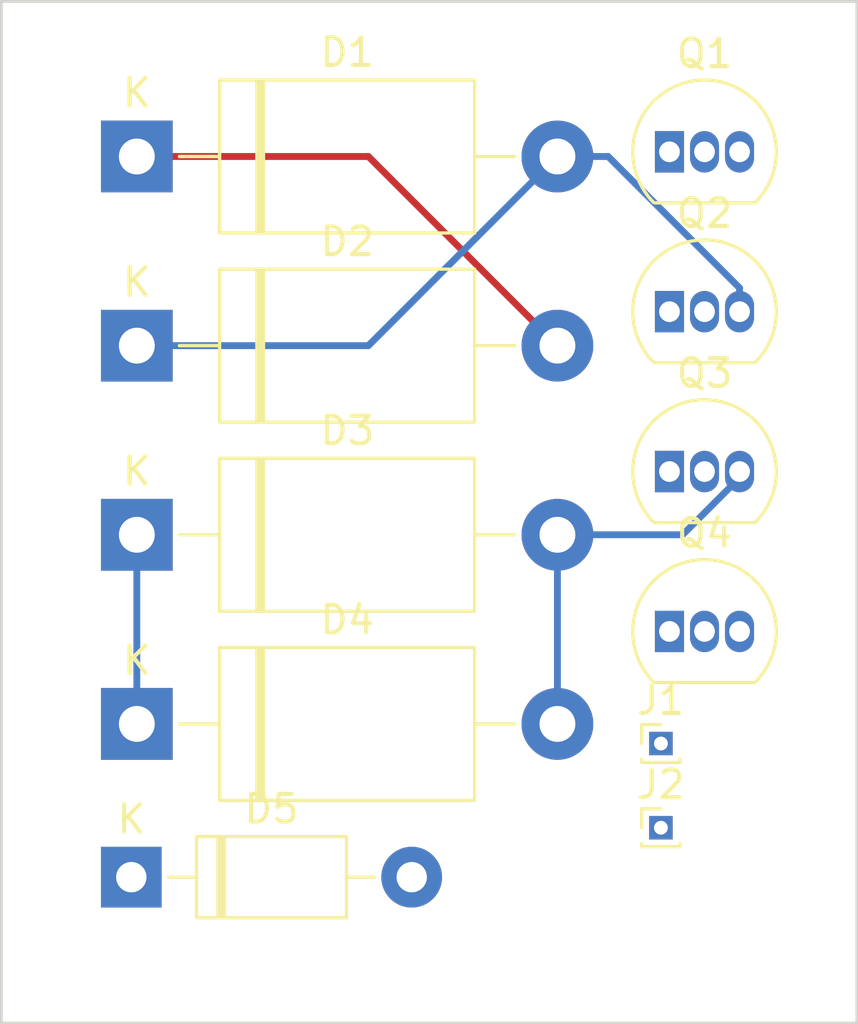
<source format=kicad_pcb>
(kicad_pcb (version 20221018) (generator pcbnew)
  (layers (0 "F.Cu" signal) (31 "B.Cu" signal) (34 "B.Paste" user) (35 "F.Paste" user) (36 "B.SilkS" user "B.Silkscreen") (37 "F.SilkS" user "F.Silkscreen") (38 "B.Mask" user) (39 "F.Mask" user) (44 "Edge.Cuts" user))
  (net 0 "")
  (net 1 "Net-(D1-A1)")
  (net 2 "Net-(D1-A2)")
  (net 3 "Net-(D3-A1)")
  (net 4 "Net-(D3-A2)")
  (net 5 "+9V")
  (net 6 "GND")
  (net 7 "Net-(J1-Pin_1)")
  (net 8 "Net-(J2-Pin_1)")
  (net 9 "Net-(Q1-E)")
  (net 10 "Net-(Q1-B)")
  (net 11 "Net-(Q1-C)")
  (net 12 "Net-(Q2-E)")
  (net 13 "Net-(Q2-B)")
  (net 14 "Net-(Q3-E)")
  (net 15 "Net-(Q3-B)")
  (net 16 "Net-(Q4-E)")
  (net 17 "Net-(Q4-B)")
  (net 18 "Net-(Q4-C)")
  (footprint "Diode_THT:D_DO-41_SOD81_P10.16mm_Horizontal" (layer "F.Cu") (at 53.708 60.718)
    (fp_text reference "D5" (at 5.08 -2.47) (layer "F.SilkS"))
    (fp_text value "1N4001")
    (fp_text user "K" (at 0 -2.1) (layer "F.SilkS"))
    (fp_line (start 1.34 0) (end 2.36 0) (stroke (width 0.12)) (layer "F.SilkS"))
    (fp_line (start 2.36 -1.47) (end 2.36 1.47) (stroke (width 0.12)) (layer "F.SilkS"))
    (fp_line (start 2.36 1.47) (end 7.8 1.47) (stroke (width 0.12)) (layer "F.SilkS"))
    (fp_line (start 3.14 -1.47) (end 3.14 1.47) (stroke (width 0.12)) (layer "F.SilkS"))
    (fp_line (start 3.26 -1.47) (end 3.26 1.47) (stroke (width 0.12)) (layer "F.SilkS"))
    (fp_line (start 3.38 -1.47) (end 3.38 1.47) (stroke (width 0.12)) (layer "F.SilkS"))
    (fp_line (start 7.8 -1.47) (end 2.36 -1.47) (stroke (width 0.12)) (layer "F.SilkS"))
    (fp_line (start 7.8 1.47) (end 7.8 -1.47) (stroke (width 0.12)) (layer "F.SilkS"))
    (fp_line (start 8.82 0) (end 7.8 0) (stroke (width 0.12)) (layer "F.SilkS"))
    (pad "1" thru_hole rect (at 0 0) (size 2.2 2.2) (drill 1.1) (layers "*.Cu" "*.Mask") (net 5 "+9V"))
    (pad "2" thru_hole oval (at 10.16 0) (size 2.2 2.2) (drill 1.1) (layers "*.Cu" "*.Mask") (net 6 "GND"))
  )
  (footprint "Connector_PinHeader_1.00mm:PinHeader_1x01_P1.00mm_Vertical" (layer "F.Cu") (at 72.898 55.878)
    (fp_text reference "J1" (at 0 -1.56) (layer "F.SilkS"))
    (fp_text value "IN")
    (fp_line (start -0.695 -0.685) (end 0 -0.685) (stroke (width 0.12)) (layer "F.SilkS"))
    (fp_line (start -0.695 0) (end -0.695 -0.685) (stroke (width 0.12)) (layer "F.SilkS"))
    (fp_line (start -0.695 0.685) (end -0.695 0.56) (stroke (width 0.12)) (layer "F.SilkS"))
    (fp_line (start -0.695 0.685) (end -0.608276 0.685) (stroke (width 0.12)) (layer "F.SilkS"))
    (fp_line (start -0.695 0.685) (end 0.695 0.685) (stroke (width 0.12)) (layer "F.SilkS"))
    (fp_line (start 0.608276 0.685) (end 0.695 0.685) (stroke (width 0.12)) (layer "F.SilkS"))
    (fp_line (start 0.695 0.685) (end 0.695 0.56) (stroke (width 0.12)) (layer "F.SilkS"))
    (pad "1" thru_hole rect (at 0 0) (size 0.85 0.85) (drill 0.5) (layers "*.Cu" "*.Mask") (net 7 "Net-(J1-Pin_1)"))
  )
  (footprint "Connector_PinHeader_1.00mm:PinHeader_1x01_P1.00mm_Vertical" (layer "F.Cu") (at 72.898 58.928)
    (fp_text reference "J2" (at 0 -1.56) (layer "F.SilkS"))
    (fp_text value "OUT")
    (fp_line (start -0.695 -0.685) (end 0 -0.685) (stroke (width 0.12)) (layer "F.SilkS"))
    (fp_line (start -0.695 0) (end -0.695 -0.685) (stroke (width 0.12)) (layer "F.SilkS"))
    (fp_line (start -0.695 0.685) (end -0.695 0.56) (stroke (width 0.12)) (layer "F.SilkS"))
    (fp_line (start -0.695 0.685) (end -0.608276 0.685) (stroke (width 0.12)) (layer "F.SilkS"))
    (fp_line (start -0.695 0.685) (end 0.695 0.685) (stroke (width 0.12)) (layer "F.SilkS"))
    (fp_line (start 0.608276 0.685) (end 0.695 0.685) (stroke (width 0.12)) (layer "F.SilkS"))
    (fp_line (start 0.695 0.685) (end 0.695 0.56) (stroke (width 0.12)) (layer "F.SilkS"))
    (pad "1" thru_hole rect (at 0 0) (size 0.85 0.85) (drill 0.5) (layers "*.Cu" "*.Mask") (net 8 "Net-(J2-Pin_1)"))
  )
  (footprint "Diode_THT:D_DO-201AE_P15.24mm_Horizontal" (layer "F.Cu") (at 53.908 48.318)
    (fp_text reference "D3" (at 7.62 -3.77) (layer "F.SilkS"))
    (fp_text value "1N62xxA")
    (fp_text user "K" (at 0 -2.3) (layer "F.SilkS"))
    (fp_line (start 1.54 0) (end 3 0) (stroke (width 0.12)) (layer "F.SilkS"))
    (fp_line (start 3 -2.77) (end 3 2.77) (stroke (width 0.12)) (layer "F.SilkS"))
    (fp_line (start 3 2.77) (end 12.24 2.77) (stroke (width 0.12)) (layer "F.SilkS"))
    (fp_line (start 4.35 -2.77) (end 4.35 2.77) (stroke (width 0.12)) (layer "F.SilkS"))
    (fp_line (start 4.47 -2.77) (end 4.47 2.77) (stroke (width 0.12)) (layer "F.SilkS"))
    (fp_line (start 4.59 -2.77) (end 4.59 2.77) (stroke (width 0.12)) (layer "F.SilkS"))
    (fp_line (start 12.24 -2.77) (end 3 -2.77) (stroke (width 0.12)) (layer "F.SilkS"))
    (fp_line (start 12.24 2.77) (end 12.24 -2.77) (stroke (width 0.12)) (layer "F.SilkS"))
    (fp_line (start 13.7 0) (end 12.24 0) (stroke (width 0.12)) (layer "F.SilkS"))
    (pad "1" thru_hole rect (at 0 0) (size 2.6 2.6) (drill 1.3) (layers "*.Cu" "*.Mask") (net 3 "Net-(D3-A1)"))
    (pad "2" thru_hole oval (at 15.24 0) (size 2.6 2.6) (drill 1.3) (layers "*.Cu" "*.Mask") (net 4 "Net-(D3-A2)"))
  )
  (footprint "Package_TO_SOT_THT:TO-92_Inline" (layer "F.Cu") (at 73.208 51.818)
    (fp_text reference "Q4" (at 1.27 -3.56) (layer "F.SilkS"))
    (fp_text value "~")
    (fp_line (start -0.53 1.85) (end 3.07 1.85) (stroke (width 0.12)) (layer "F.SilkS"))
    (fp_arc (start -0.568478 1.838478) (mid -1.132087 -0.994977) (end 1.27 -2.6) (stroke (width 0.12)) (layer "F.SilkS"))
    (fp_arc (start 1.27 -2.6) (mid 3.672087 -0.994977) (end 3.108478 1.838478) (stroke (width 0.12)) (layer "F.SilkS"))
    (pad "1" thru_hole rect (at 0 0) (size 1.05 1.5) (drill 0.75) (layers "*.Cu" "*.Mask") (net 16 "Net-(Q4-E)"))
    (pad "2" thru_hole oval (at 1.27 0) (size 1.05 1.5) (drill 0.75) (layers "*.Cu" "*.Mask") (net 17 "Net-(Q4-B)"))
    (pad "3" thru_hole oval (at 2.54 0) (size 1.05 1.5) (drill 0.75) (layers "*.Cu" "*.Mask") (net 18 "Net-(Q4-C)"))
  )
  (footprint "Diode_THT:D_DO-201AE_P15.24mm_Horizontal" (layer "F.Cu") (at 53.908 34.618)
    (fp_text reference "D1" (at 7.62 -3.77) (layer "F.SilkS"))
    (fp_text value "1N62xxA")
    (fp_text user "K" (at 0 -2.3) (layer "F.SilkS"))
    (fp_line (start 1.54 0) (end 3 0) (stroke (width 0.12)) (layer "F.SilkS"))
    (fp_line (start 3 -2.77) (end 3 2.77) (stroke (width 0.12)) (layer "F.SilkS"))
    (fp_line (start 3 2.77) (end 12.24 2.77) (stroke (width 0.12)) (layer "F.SilkS"))
    (fp_line (start 4.35 -2.77) (end 4.35 2.77) (stroke (width 0.12)) (layer "F.SilkS"))
    (fp_line (start 4.47 -2.77) (end 4.47 2.77) (stroke (width 0.12)) (layer "F.SilkS"))
    (fp_line (start 4.59 -2.77) (end 4.59 2.77) (stroke (width 0.12)) (layer "F.SilkS"))
    (fp_line (start 12.24 -2.77) (end 3 -2.77) (stroke (width 0.12)) (layer "F.SilkS"))
    (fp_line (start 12.24 2.77) (end 12.24 -2.77) (stroke (width 0.12)) (layer "F.SilkS"))
    (fp_line (start 13.7 0) (end 12.24 0) (stroke (width 0.12)) (layer "F.SilkS"))
    (pad "1" thru_hole rect (at 0 0) (size 2.6 2.6) (drill 1.3) (layers "*.Cu" "*.Mask") (net 1 "Net-(D1-A1)"))
    (pad "2" thru_hole oval (at 15.24 0) (size 2.6 2.6) (drill 1.3) (layers "*.Cu" "*.Mask") (net 2 "Net-(D1-A2)"))
  )
  (footprint "Diode_THT:D_DO-201AE_P15.24mm_Horizontal" (layer "F.Cu") (at 53.908 55.168)
    (fp_text reference "D4" (at 7.62 -3.77) (layer "F.SilkS"))
    (fp_text value "1N62xxA")
    (fp_text user "K" (at 0 -2.3) (layer "F.SilkS"))
    (fp_line (start 1.54 0) (end 3 0) (stroke (width 0.12)) (layer "F.SilkS"))
    (fp_line (start 3 -2.77) (end 3 2.77) (stroke (width 0.12)) (layer "F.SilkS"))
    (fp_line (start 3 2.77) (end 12.24 2.77) (stroke (width 0.12)) (layer "F.SilkS"))
    (fp_line (start 4.35 -2.77) (end 4.35 2.77) (stroke (width 0.12)) (layer "F.SilkS"))
    (fp_line (start 4.47 -2.77) (end 4.47 2.77) (stroke (width 0.12)) (layer "F.SilkS"))
    (fp_line (start 4.59 -2.77) (end 4.59 2.77) (stroke (width 0.12)) (layer "F.SilkS"))
    (fp_line (start 12.24 -2.77) (end 3 -2.77) (stroke (width 0.12)) (layer "F.SilkS"))
    (fp_line (start 12.24 2.77) (end 12.24 -2.77) (stroke (width 0.12)) (layer "F.SilkS"))
    (fp_line (start 13.7 0) (end 12.24 0) (stroke (width 0.12)) (layer "F.SilkS"))
    (pad "1" thru_hole rect (at 0 0) (size 2.6 2.6) (drill 1.3) (layers "*.Cu" "*.Mask") (net 3 "Net-(D3-A1)"))
    (pad "2" thru_hole oval (at 15.24 0) (size 2.6 2.6) (drill 1.3) (layers "*.Cu" "*.Mask") (net 4 "Net-(D3-A2)"))
  )
  (footprint "Package_TO_SOT_THT:TO-92_Inline" (layer "F.Cu") (at 73.208 40.238)
    (fp_text reference "Q2" (at 1.27 -3.56) (layer "F.SilkS"))
    (fp_text value "~")
    (fp_line (start -0.53 1.85) (end 3.07 1.85) (stroke (width 0.12)) (layer "F.SilkS"))
    (fp_arc (start -0.568478 1.838478) (mid -1.132087 -0.994977) (end 1.27 -2.6) (stroke (width 0.12)) (layer "F.SilkS"))
    (fp_arc (start 1.27 -2.6) (mid 3.672087 -0.994977) (end 3.108478 1.838478) (stroke (width 0.12)) (layer "F.SilkS"))
    (pad "1" thru_hole rect (at 0 0) (size 1.05 1.5) (drill 0.75) (layers "*.Cu" "*.Mask") (net 12 "Net-(Q2-E)"))
    (pad "2" thru_hole oval (at 1.27 0) (size 1.05 1.5) (drill 0.75) (layers "*.Cu" "*.Mask") (net 13 "Net-(Q2-B)"))
    (pad "3" thru_hole oval (at 2.54 0) (size 1.05 1.5) (drill 0.75) (layers "*.Cu" "*.Mask") (net 2 "Net-(D1-A2)"))
  )
  (footprint "Package_TO_SOT_THT:TO-92_Inline" (layer "F.Cu") (at 73.208 34.448)
    (fp_text reference "Q1" (at 1.27 -3.56) (layer "F.SilkS"))
    (fp_text value "~")
    (fp_line (start -0.53 1.85) (end 3.07 1.85) (stroke (width 0.12)) (layer "F.SilkS"))
    (fp_arc (start -0.568478 1.838478) (mid -1.132087 -0.994977) (end 1.27 -2.6) (stroke (width 0.12)) (layer "F.SilkS"))
    (fp_arc (start 1.27 -2.6) (mid 3.672087 -0.994977) (end 3.108478 1.838478) (stroke (width 0.12)) (layer "F.SilkS"))
    (pad "1" thru_hole rect (at 0 0) (size 1.05 1.5) (drill 0.75) (layers "*.Cu" "*.Mask") (net 9 "Net-(Q1-E)"))
    (pad "2" thru_hole oval (at 1.27 0) (size 1.05 1.5) (drill 0.75) (layers "*.Cu" "*.Mask") (net 10 "Net-(Q1-B)"))
    (pad "3" thru_hole oval (at 2.54 0) (size 1.05 1.5) (drill 0.75) (layers "*.Cu" "*.Mask") (net 11 "Net-(Q1-C)"))
  )
  (footprint "Diode_THT:D_DO-201AE_P15.24mm_Horizontal" (layer "F.Cu") (at 53.908 41.468)
    (fp_text reference "D2" (at 7.62 -3.77) (layer "F.SilkS"))
    (fp_text value "1N62xxA")
    (fp_text user "K" (at 0 -2.3) (layer "F.SilkS"))
    (fp_line (start 1.54 0) (end 3 0) (stroke (width 0.12)) (layer "F.SilkS"))
    (fp_line (start 3 -2.77) (end 3 2.77) (stroke (width 0.12)) (layer "F.SilkS"))
    (fp_line (start 3 2.77) (end 12.24 2.77) (stroke (width 0.12)) (layer "F.SilkS"))
    (fp_line (start 4.35 -2.77) (end 4.35 2.77) (stroke (width 0.12)) (layer "F.SilkS"))
    (fp_line (start 4.47 -2.77) (end 4.47 2.77) (stroke (width 0.12)) (layer "F.SilkS"))
    (fp_line (start 4.59 -2.77) (end 4.59 2.77) (stroke (width 0.12)) (layer "F.SilkS"))
    (fp_line (start 12.24 -2.77) (end 3 -2.77) (stroke (width 0.12)) (layer "F.SilkS"))
    (fp_line (start 12.24 2.77) (end 12.24 -2.77) (stroke (width 0.12)) (layer "F.SilkS"))
    (fp_line (start 13.7 0) (end 12.24 0) (stroke (width 0.12)) (layer "F.SilkS"))
    (pad "1" thru_hole rect (at 0 0) (size 2.6 2.6) (drill 1.3) (layers "*.Cu" "*.Mask") (net 2 "Net-(D1-A2)"))
    (pad "2" thru_hole oval (at 15.24 0) (size 2.6 2.6) (drill 1.3) (layers "*.Cu" "*.Mask") (net 1 "Net-(D1-A1)"))
  )
  (footprint "Package_TO_SOT_THT:TO-92_Inline" (layer "F.Cu") (at 73.208 46.028)
    (fp_text reference "Q3" (at 1.27 -3.56) (layer "F.SilkS"))
    (fp_text value "~")
    (fp_line (start -0.53 1.85) (end 3.07 1.85) (stroke (width 0.12)) (layer "F.SilkS"))
    (fp_arc (start -0.568478 1.838478) (mid -1.132087 -0.994977) (end 1.27 -2.6) (stroke (width 0.12)) (layer "F.SilkS"))
    (fp_arc (start 1.27 -2.6) (mid 3.672087 -0.994977) (end 3.108478 1.838478) (stroke (width 0.12)) (layer "F.SilkS"))
    (pad "1" thru_hole rect (at 0 0) (size 1.05 1.5) (drill 0.75) (layers "*.Cu" "*.Mask") (net 14 "Net-(Q3-E)"))
    (pad "2" thru_hole oval (at 1.27 0) (size 1.05 1.5) (drill 0.75) (layers "*.Cu" "*.Mask") (net 15 "Net-(Q3-B)"))
    (pad "3" thru_hole oval (at 2.54 0) (size 1.05 1.5) (drill 0.75) (layers "*.Cu" "*.Mask") (net 4 "Net-(D3-A2)"))
  )
  (gr_rect (start 49 29) (end 80 66) (stroke (width 0.1)) (fill none) (layer "Edge.Cuts"))
  (segment (start 62.298 34.618) (end 69.148 41.468) (width 0.25) (layer "F.Cu") (net 1))
  (segment (start 53.908 34.618) (end 62.298 34.618) (width 0.25) (layer "F.Cu") (net 1))
  (segment (start 53.908 41.468) (end 62.298 41.468) (width 0.25) (layer "B.Cu") (net 2))
  (segment (start 70.986477 34.618) (end 75.748 39.379523) (width 0.25) (layer "B.Cu") (net 2))
  (segment (start 75.748 39.379523) (end 75.748 40.238) (width 0.25) (layer "B.Cu") (net 2))
  (segment (start 69.148 34.618) (end 70.986477 34.618) (width 0.25) (layer "B.Cu") (net 2))
  (segment (start 62.298 41.468) (end 69.148 34.618) (width 0.25) (layer "B.Cu") (net 2))
  (segment (start 53.908 48.318) (end 53.908 55.168) (width 0.25) (layer "B.Cu") (net 3))
  (segment (start 73.683 48.318) (end 69.148 48.318) (width 0.25) (layer "B.Cu") (net 4))
  (segment (start 75.748 46.253) (end 73.683 48.318) (width 0.25) (layer "B.Cu") (net 4))
  (segment (start 69.148 48.318) (end 69.148 55.168) (width 0.25) (layer "B.Cu") (net 4))
  (segment (start 75.748 46.028) (end 75.748 46.253) (width 0.25) (layer "B.Cu") (net 4))
)
</source>
